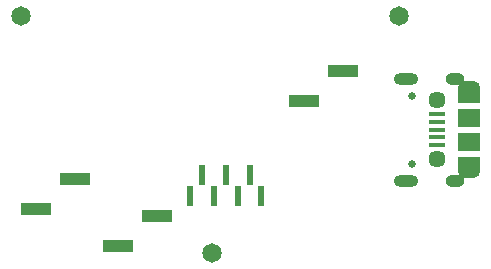
<source format=gbs>
G04 #@! TF.GenerationSoftware,KiCad,Pcbnew,(6.0.0)*
G04 #@! TF.CreationDate,2022-04-11T01:36:55-05:00*
G04 #@! TF.ProjectId,temp sensor,74656d70-2073-4656-9e73-6f722e6b6963,0.3*
G04 #@! TF.SameCoordinates,Original*
G04 #@! TF.FileFunction,Soldermask,Bot*
G04 #@! TF.FilePolarity,Negative*
%FSLAX45Y45*%
G04 Gerber Fmt 4.5, Leading zero omitted, Abs format (unit mm)*
G04 Created by KiCad (PCBNEW (6.0.0)) date 2022-04-11 01:36:55*
%MOMM*%
%LPD*%
G01*
G04 APERTURE LIST*
%ADD10C,0.650000*%
%ADD11O,2.100000X1.000000*%
%ADD12O,1.600000X1.000000*%
%ADD13C,1.650000*%
%ADD14R,1.350000X0.400000*%
%ADD15R,1.900000X1.200000*%
%ADD16O,1.900000X1.200000*%
%ADD17C,1.450000*%
%ADD18R,1.900000X1.500000*%
%ADD19R,0.600000X1.750000*%
%ADD20R,2.510000X1.000000*%
G04 APERTURE END LIST*
D10*
G04 #@! TO.C,J1*
X15849696Y-8975396D03*
X15849696Y-9553396D03*
D11*
X15796696Y-8832396D03*
X15796696Y-9696396D03*
D12*
X16214696Y-9696396D03*
X16214696Y-8832396D03*
G04 #@! TD*
D13*
G04 #@! TO.C,H3*
X14153000Y-10306600D03*
G04 #@! TD*
G04 #@! TO.C,H2*
X15740200Y-8300000D03*
G04 #@! TD*
G04 #@! TO.C,H1*
X12539800Y-8300000D03*
G04 #@! TD*
D14*
G04 #@! TO.C,J4*
X16056250Y-9135000D03*
X16056250Y-9200000D03*
X16056250Y-9265000D03*
X16056250Y-9330000D03*
X16056250Y-9395000D03*
D15*
X16326250Y-9555000D03*
D16*
X16326250Y-9615000D03*
D17*
X16056250Y-9015000D03*
D18*
X16326250Y-9365000D03*
D17*
X16056250Y-9515000D03*
D18*
X16326250Y-9165000D03*
D15*
X16326250Y-8975000D03*
D16*
X16326250Y-8915000D03*
G04 #@! TD*
D19*
G04 #@! TO.C,J3*
X13971000Y-9824500D03*
X14071000Y-9649500D03*
X14171000Y-9824500D03*
X14271000Y-9649500D03*
X14371000Y-9824500D03*
X14471000Y-9649500D03*
X14571000Y-9824500D03*
G04 #@! TD*
D20*
G04 #@! TO.C,J2*
X13685300Y-9993000D03*
X13354300Y-10247000D03*
G04 #@! TD*
G04 #@! TO.C,J6*
X12990300Y-9683000D03*
X12659300Y-9937000D03*
G04 #@! TD*
G04 #@! TO.C,J5*
X15265300Y-8763000D03*
X14934300Y-9017000D03*
G04 #@! TD*
M02*

</source>
